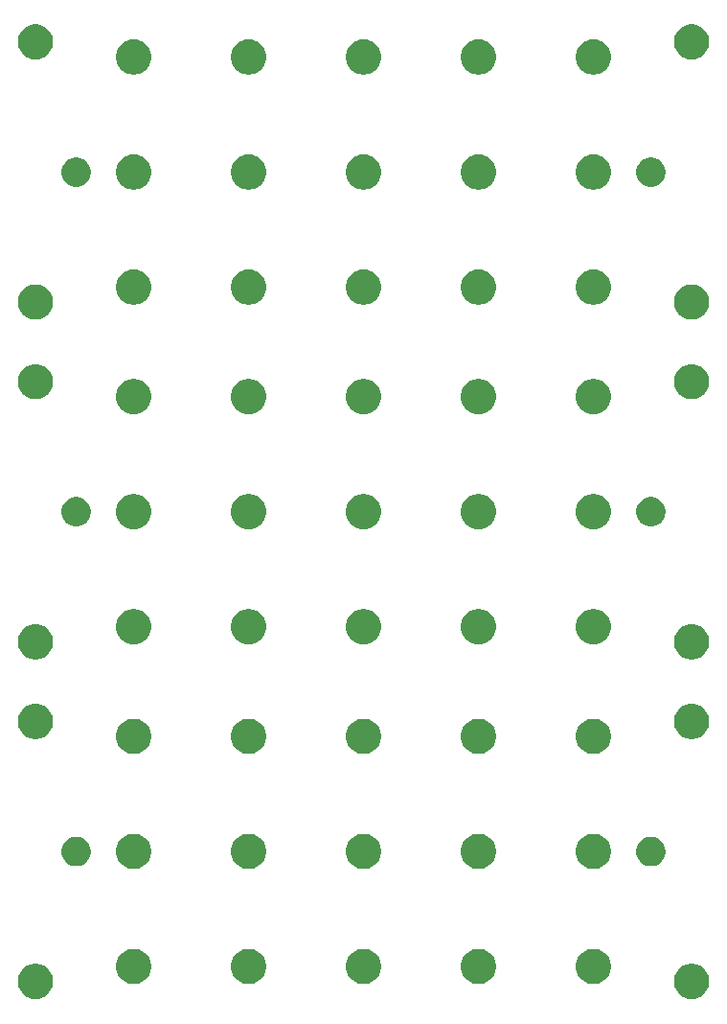
<source format=gbr>
G04 #@! TF.GenerationSoftware,KiCad,Pcbnew,5.1.5-52549c5~86~ubuntu18.04.1*
G04 #@! TF.CreationDate,2020-08-28T13:52:30-05:00*
G04 #@! TF.ProjectId,,58585858-5858-4585-9858-585858585858,rev?*
G04 #@! TF.SameCoordinates,Original*
G04 #@! TF.FileFunction,Soldermask,Bot*
G04 #@! TF.FilePolarity,Negative*
%FSLAX46Y46*%
G04 Gerber Fmt 4.6, Leading zero omitted, Abs format (unit mm)*
G04 Created by KiCad (PCBNEW 5.1.5-52549c5~86~ubuntu18.04.1) date 2020-08-28 13:52:30*
%MOMM*%
%LPD*%
G04 APERTURE LIST*
%ADD10C,0.100000*%
G04 APERTURE END LIST*
D10*
G36*
X160376785Y-141444602D02*
G01*
X160526610Y-141474404D01*
X160808874Y-141591321D01*
X161062905Y-141761059D01*
X161278941Y-141977095D01*
X161448679Y-142231126D01*
X161565596Y-142513390D01*
X161625200Y-142813040D01*
X161625200Y-143118560D01*
X161565596Y-143418210D01*
X161448679Y-143700474D01*
X161278941Y-143954505D01*
X161062905Y-144170541D01*
X160808874Y-144340279D01*
X160526610Y-144457196D01*
X160376785Y-144486998D01*
X160226961Y-144516800D01*
X159921439Y-144516800D01*
X159771615Y-144486998D01*
X159621790Y-144457196D01*
X159339526Y-144340279D01*
X159085495Y-144170541D01*
X158869459Y-143954505D01*
X158699721Y-143700474D01*
X158582804Y-143418210D01*
X158523200Y-143118560D01*
X158523200Y-142813040D01*
X158582804Y-142513390D01*
X158699721Y-142231126D01*
X158869459Y-141977095D01*
X159085495Y-141761059D01*
X159339526Y-141591321D01*
X159621790Y-141474404D01*
X159771615Y-141444602D01*
X159921439Y-141414800D01*
X160226961Y-141414800D01*
X160376785Y-141444602D01*
G37*
G36*
X102376785Y-141444602D02*
G01*
X102526610Y-141474404D01*
X102808874Y-141591321D01*
X103062905Y-141761059D01*
X103278941Y-141977095D01*
X103448679Y-142231126D01*
X103565596Y-142513390D01*
X103625200Y-142813040D01*
X103625200Y-143118560D01*
X103565596Y-143418210D01*
X103448679Y-143700474D01*
X103278941Y-143954505D01*
X103062905Y-144170541D01*
X102808874Y-144340279D01*
X102526610Y-144457196D01*
X102376785Y-144486998D01*
X102226961Y-144516800D01*
X101921439Y-144516800D01*
X101771615Y-144486998D01*
X101621790Y-144457196D01*
X101339526Y-144340279D01*
X101085495Y-144170541D01*
X100869459Y-143954505D01*
X100699721Y-143700474D01*
X100582804Y-143418210D01*
X100523200Y-143118560D01*
X100523200Y-142813040D01*
X100582804Y-142513390D01*
X100699721Y-142231126D01*
X100869459Y-141977095D01*
X101085495Y-141761059D01*
X101339526Y-141591321D01*
X101621790Y-141474404D01*
X101771615Y-141444602D01*
X101921439Y-141414800D01*
X102226961Y-141414800D01*
X102376785Y-141444602D01*
G37*
G36*
X111056785Y-140124602D02*
G01*
X111206610Y-140154404D01*
X111488874Y-140271321D01*
X111742905Y-140441059D01*
X111958941Y-140657095D01*
X112128679Y-140911126D01*
X112245596Y-141193390D01*
X112305200Y-141493040D01*
X112305200Y-141798560D01*
X112245596Y-142098210D01*
X112128679Y-142380474D01*
X111958941Y-142634505D01*
X111742905Y-142850541D01*
X111488874Y-143020279D01*
X111206610Y-143137196D01*
X111056785Y-143166998D01*
X110906961Y-143196800D01*
X110601439Y-143196800D01*
X110451615Y-143166998D01*
X110301790Y-143137196D01*
X110019526Y-143020279D01*
X109765495Y-142850541D01*
X109549459Y-142634505D01*
X109379721Y-142380474D01*
X109262804Y-142098210D01*
X109203200Y-141798560D01*
X109203200Y-141493040D01*
X109262804Y-141193390D01*
X109379721Y-140911126D01*
X109549459Y-140657095D01*
X109765495Y-140441059D01*
X110019526Y-140271321D01*
X110301790Y-140154404D01*
X110451615Y-140124602D01*
X110601439Y-140094800D01*
X110906961Y-140094800D01*
X111056785Y-140124602D01*
G37*
G36*
X151696785Y-140124602D02*
G01*
X151846610Y-140154404D01*
X152128874Y-140271321D01*
X152382905Y-140441059D01*
X152598941Y-140657095D01*
X152768679Y-140911126D01*
X152885596Y-141193390D01*
X152945200Y-141493040D01*
X152945200Y-141798560D01*
X152885596Y-142098210D01*
X152768679Y-142380474D01*
X152598941Y-142634505D01*
X152382905Y-142850541D01*
X152128874Y-143020279D01*
X151846610Y-143137196D01*
X151696785Y-143166998D01*
X151546961Y-143196800D01*
X151241439Y-143196800D01*
X151091615Y-143166998D01*
X150941790Y-143137196D01*
X150659526Y-143020279D01*
X150405495Y-142850541D01*
X150189459Y-142634505D01*
X150019721Y-142380474D01*
X149902804Y-142098210D01*
X149843200Y-141798560D01*
X149843200Y-141493040D01*
X149902804Y-141193390D01*
X150019721Y-140911126D01*
X150189459Y-140657095D01*
X150405495Y-140441059D01*
X150659526Y-140271321D01*
X150941790Y-140154404D01*
X151091615Y-140124602D01*
X151241439Y-140094800D01*
X151546961Y-140094800D01*
X151696785Y-140124602D01*
G37*
G36*
X141536785Y-140124602D02*
G01*
X141686610Y-140154404D01*
X141968874Y-140271321D01*
X142222905Y-140441059D01*
X142438941Y-140657095D01*
X142608679Y-140911126D01*
X142725596Y-141193390D01*
X142785200Y-141493040D01*
X142785200Y-141798560D01*
X142725596Y-142098210D01*
X142608679Y-142380474D01*
X142438941Y-142634505D01*
X142222905Y-142850541D01*
X141968874Y-143020279D01*
X141686610Y-143137196D01*
X141536785Y-143166998D01*
X141386961Y-143196800D01*
X141081439Y-143196800D01*
X140931615Y-143166998D01*
X140781790Y-143137196D01*
X140499526Y-143020279D01*
X140245495Y-142850541D01*
X140029459Y-142634505D01*
X139859721Y-142380474D01*
X139742804Y-142098210D01*
X139683200Y-141798560D01*
X139683200Y-141493040D01*
X139742804Y-141193390D01*
X139859721Y-140911126D01*
X140029459Y-140657095D01*
X140245495Y-140441059D01*
X140499526Y-140271321D01*
X140781790Y-140154404D01*
X140931615Y-140124602D01*
X141081439Y-140094800D01*
X141386961Y-140094800D01*
X141536785Y-140124602D01*
G37*
G36*
X131376785Y-140124602D02*
G01*
X131526610Y-140154404D01*
X131808874Y-140271321D01*
X132062905Y-140441059D01*
X132278941Y-140657095D01*
X132448679Y-140911126D01*
X132565596Y-141193390D01*
X132625200Y-141493040D01*
X132625200Y-141798560D01*
X132565596Y-142098210D01*
X132448679Y-142380474D01*
X132278941Y-142634505D01*
X132062905Y-142850541D01*
X131808874Y-143020279D01*
X131526610Y-143137196D01*
X131376785Y-143166998D01*
X131226961Y-143196800D01*
X130921439Y-143196800D01*
X130771615Y-143166998D01*
X130621790Y-143137196D01*
X130339526Y-143020279D01*
X130085495Y-142850541D01*
X129869459Y-142634505D01*
X129699721Y-142380474D01*
X129582804Y-142098210D01*
X129523200Y-141798560D01*
X129523200Y-141493040D01*
X129582804Y-141193390D01*
X129699721Y-140911126D01*
X129869459Y-140657095D01*
X130085495Y-140441059D01*
X130339526Y-140271321D01*
X130621790Y-140154404D01*
X130771615Y-140124602D01*
X130921439Y-140094800D01*
X131226961Y-140094800D01*
X131376785Y-140124602D01*
G37*
G36*
X121216785Y-140124602D02*
G01*
X121366610Y-140154404D01*
X121648874Y-140271321D01*
X121902905Y-140441059D01*
X122118941Y-140657095D01*
X122288679Y-140911126D01*
X122405596Y-141193390D01*
X122465200Y-141493040D01*
X122465200Y-141798560D01*
X122405596Y-142098210D01*
X122288679Y-142380474D01*
X122118941Y-142634505D01*
X121902905Y-142850541D01*
X121648874Y-143020279D01*
X121366610Y-143137196D01*
X121216785Y-143166998D01*
X121066961Y-143196800D01*
X120761439Y-143196800D01*
X120611615Y-143166998D01*
X120461790Y-143137196D01*
X120179526Y-143020279D01*
X119925495Y-142850541D01*
X119709459Y-142634505D01*
X119539721Y-142380474D01*
X119422804Y-142098210D01*
X119363200Y-141798560D01*
X119363200Y-141493040D01*
X119422804Y-141193390D01*
X119539721Y-140911126D01*
X119709459Y-140657095D01*
X119925495Y-140441059D01*
X120179526Y-140271321D01*
X120461790Y-140154404D01*
X120611615Y-140124602D01*
X120761439Y-140094800D01*
X121066961Y-140094800D01*
X121216785Y-140124602D01*
G37*
G36*
X121216785Y-129964602D02*
G01*
X121366610Y-129994404D01*
X121648874Y-130111321D01*
X121902905Y-130281059D01*
X122118941Y-130497095D01*
X122288679Y-130751126D01*
X122405596Y-131033390D01*
X122465200Y-131333040D01*
X122465200Y-131638560D01*
X122405596Y-131938210D01*
X122288679Y-132220474D01*
X122118941Y-132474505D01*
X121902905Y-132690541D01*
X121648874Y-132860279D01*
X121366610Y-132977196D01*
X121216785Y-133006998D01*
X121066961Y-133036800D01*
X120761439Y-133036800D01*
X120611615Y-133006998D01*
X120461790Y-132977196D01*
X120179526Y-132860279D01*
X119925495Y-132690541D01*
X119709459Y-132474505D01*
X119539721Y-132220474D01*
X119422804Y-131938210D01*
X119363200Y-131638560D01*
X119363200Y-131333040D01*
X119422804Y-131033390D01*
X119539721Y-130751126D01*
X119709459Y-130497095D01*
X119925495Y-130281059D01*
X120179526Y-130111321D01*
X120461790Y-129994404D01*
X120611615Y-129964602D01*
X120761439Y-129934800D01*
X121066961Y-129934800D01*
X121216785Y-129964602D01*
G37*
G36*
X151696785Y-129964602D02*
G01*
X151846610Y-129994404D01*
X152128874Y-130111321D01*
X152382905Y-130281059D01*
X152598941Y-130497095D01*
X152768679Y-130751126D01*
X152885596Y-131033390D01*
X152945200Y-131333040D01*
X152945200Y-131638560D01*
X152885596Y-131938210D01*
X152768679Y-132220474D01*
X152598941Y-132474505D01*
X152382905Y-132690541D01*
X152128874Y-132860279D01*
X151846610Y-132977196D01*
X151696785Y-133006998D01*
X151546961Y-133036800D01*
X151241439Y-133036800D01*
X151091615Y-133006998D01*
X150941790Y-132977196D01*
X150659526Y-132860279D01*
X150405495Y-132690541D01*
X150189459Y-132474505D01*
X150019721Y-132220474D01*
X149902804Y-131938210D01*
X149843200Y-131638560D01*
X149843200Y-131333040D01*
X149902804Y-131033390D01*
X150019721Y-130751126D01*
X150189459Y-130497095D01*
X150405495Y-130281059D01*
X150659526Y-130111321D01*
X150941790Y-129994404D01*
X151091615Y-129964602D01*
X151241439Y-129934800D01*
X151546961Y-129934800D01*
X151696785Y-129964602D01*
G37*
G36*
X131376785Y-129964602D02*
G01*
X131526610Y-129994404D01*
X131808874Y-130111321D01*
X132062905Y-130281059D01*
X132278941Y-130497095D01*
X132448679Y-130751126D01*
X132565596Y-131033390D01*
X132625200Y-131333040D01*
X132625200Y-131638560D01*
X132565596Y-131938210D01*
X132448679Y-132220474D01*
X132278941Y-132474505D01*
X132062905Y-132690541D01*
X131808874Y-132860279D01*
X131526610Y-132977196D01*
X131376785Y-133006998D01*
X131226961Y-133036800D01*
X130921439Y-133036800D01*
X130771615Y-133006998D01*
X130621790Y-132977196D01*
X130339526Y-132860279D01*
X130085495Y-132690541D01*
X129869459Y-132474505D01*
X129699721Y-132220474D01*
X129582804Y-131938210D01*
X129523200Y-131638560D01*
X129523200Y-131333040D01*
X129582804Y-131033390D01*
X129699721Y-130751126D01*
X129869459Y-130497095D01*
X130085495Y-130281059D01*
X130339526Y-130111321D01*
X130621790Y-129994404D01*
X130771615Y-129964602D01*
X130921439Y-129934800D01*
X131226961Y-129934800D01*
X131376785Y-129964602D01*
G37*
G36*
X111056785Y-129964602D02*
G01*
X111206610Y-129994404D01*
X111488874Y-130111321D01*
X111742905Y-130281059D01*
X111958941Y-130497095D01*
X112128679Y-130751126D01*
X112245596Y-131033390D01*
X112305200Y-131333040D01*
X112305200Y-131638560D01*
X112245596Y-131938210D01*
X112128679Y-132220474D01*
X111958941Y-132474505D01*
X111742905Y-132690541D01*
X111488874Y-132860279D01*
X111206610Y-132977196D01*
X111056785Y-133006998D01*
X110906961Y-133036800D01*
X110601439Y-133036800D01*
X110451615Y-133006998D01*
X110301790Y-132977196D01*
X110019526Y-132860279D01*
X109765495Y-132690541D01*
X109549459Y-132474505D01*
X109379721Y-132220474D01*
X109262804Y-131938210D01*
X109203200Y-131638560D01*
X109203200Y-131333040D01*
X109262804Y-131033390D01*
X109379721Y-130751126D01*
X109549459Y-130497095D01*
X109765495Y-130281059D01*
X110019526Y-130111321D01*
X110301790Y-129994404D01*
X110451615Y-129964602D01*
X110601439Y-129934800D01*
X110906961Y-129934800D01*
X111056785Y-129964602D01*
G37*
G36*
X141536785Y-129964602D02*
G01*
X141686610Y-129994404D01*
X141968874Y-130111321D01*
X142222905Y-130281059D01*
X142438941Y-130497095D01*
X142608679Y-130751126D01*
X142725596Y-131033390D01*
X142785200Y-131333040D01*
X142785200Y-131638560D01*
X142725596Y-131938210D01*
X142608679Y-132220474D01*
X142438941Y-132474505D01*
X142222905Y-132690541D01*
X141968874Y-132860279D01*
X141686610Y-132977196D01*
X141536785Y-133006998D01*
X141386961Y-133036800D01*
X141081439Y-133036800D01*
X140931615Y-133006998D01*
X140781790Y-132977196D01*
X140499526Y-132860279D01*
X140245495Y-132690541D01*
X140029459Y-132474505D01*
X139859721Y-132220474D01*
X139742804Y-131938210D01*
X139683200Y-131638560D01*
X139683200Y-131333040D01*
X139742804Y-131033390D01*
X139859721Y-130751126D01*
X140029459Y-130497095D01*
X140245495Y-130281059D01*
X140499526Y-130111321D01*
X140781790Y-129994404D01*
X140931615Y-129964602D01*
X141081439Y-129934800D01*
X141386961Y-129934800D01*
X141536785Y-129964602D01*
G37*
G36*
X156853593Y-130235104D02*
G01*
X157090301Y-130333152D01*
X157090303Y-130333153D01*
X157303335Y-130475496D01*
X157484504Y-130656665D01*
X157626847Y-130869697D01*
X157626848Y-130869699D01*
X157724896Y-131106407D01*
X157774880Y-131357693D01*
X157774880Y-131613907D01*
X157724896Y-131865193D01*
X157694651Y-131938210D01*
X157626847Y-132101903D01*
X157484504Y-132314935D01*
X157303335Y-132496104D01*
X157090303Y-132638447D01*
X157090302Y-132638448D01*
X157090301Y-132638448D01*
X156853593Y-132736496D01*
X156602307Y-132786480D01*
X156346093Y-132786480D01*
X156094807Y-132736496D01*
X155858099Y-132638448D01*
X155858098Y-132638448D01*
X155858097Y-132638447D01*
X155645065Y-132496104D01*
X155463896Y-132314935D01*
X155321553Y-132101903D01*
X155253749Y-131938210D01*
X155223504Y-131865193D01*
X155173520Y-131613907D01*
X155173520Y-131357693D01*
X155223504Y-131106407D01*
X155321552Y-130869699D01*
X155321553Y-130869697D01*
X155463896Y-130656665D01*
X155645065Y-130475496D01*
X155858097Y-130333153D01*
X155858099Y-130333152D01*
X156094807Y-130235104D01*
X156346093Y-130185120D01*
X156602307Y-130185120D01*
X156853593Y-130235104D01*
G37*
G36*
X106053593Y-130235104D02*
G01*
X106290301Y-130333152D01*
X106290303Y-130333153D01*
X106503335Y-130475496D01*
X106684504Y-130656665D01*
X106826847Y-130869697D01*
X106826848Y-130869699D01*
X106924896Y-131106407D01*
X106974880Y-131357693D01*
X106974880Y-131613907D01*
X106924896Y-131865193D01*
X106894651Y-131938210D01*
X106826847Y-132101903D01*
X106684504Y-132314935D01*
X106503335Y-132496104D01*
X106290303Y-132638447D01*
X106290302Y-132638448D01*
X106290301Y-132638448D01*
X106053593Y-132736496D01*
X105802307Y-132786480D01*
X105546093Y-132786480D01*
X105294807Y-132736496D01*
X105058099Y-132638448D01*
X105058098Y-132638448D01*
X105058097Y-132638447D01*
X104845065Y-132496104D01*
X104663896Y-132314935D01*
X104521553Y-132101903D01*
X104453749Y-131938210D01*
X104423504Y-131865193D01*
X104373520Y-131613907D01*
X104373520Y-131357693D01*
X104423504Y-131106407D01*
X104521552Y-130869699D01*
X104521553Y-130869697D01*
X104663896Y-130656665D01*
X104845065Y-130475496D01*
X105058097Y-130333153D01*
X105058099Y-130333152D01*
X105294807Y-130235104D01*
X105546093Y-130185120D01*
X105802307Y-130185120D01*
X106053593Y-130235104D01*
G37*
G36*
X141536785Y-119804602D02*
G01*
X141686610Y-119834404D01*
X141968874Y-119951321D01*
X142222905Y-120121059D01*
X142438941Y-120337095D01*
X142608679Y-120591126D01*
X142725596Y-120873390D01*
X142785200Y-121173040D01*
X142785200Y-121478560D01*
X142725596Y-121778210D01*
X142608679Y-122060474D01*
X142438941Y-122314505D01*
X142222905Y-122530541D01*
X141968874Y-122700279D01*
X141686610Y-122817196D01*
X141536785Y-122846998D01*
X141386961Y-122876800D01*
X141081439Y-122876800D01*
X140931615Y-122846998D01*
X140781790Y-122817196D01*
X140499526Y-122700279D01*
X140245495Y-122530541D01*
X140029459Y-122314505D01*
X139859721Y-122060474D01*
X139742804Y-121778210D01*
X139683200Y-121478560D01*
X139683200Y-121173040D01*
X139742804Y-120873390D01*
X139859721Y-120591126D01*
X140029459Y-120337095D01*
X140245495Y-120121059D01*
X140499526Y-119951321D01*
X140781790Y-119834404D01*
X140931615Y-119804602D01*
X141081439Y-119774800D01*
X141386961Y-119774800D01*
X141536785Y-119804602D01*
G37*
G36*
X151696785Y-119804602D02*
G01*
X151846610Y-119834404D01*
X152128874Y-119951321D01*
X152382905Y-120121059D01*
X152598941Y-120337095D01*
X152768679Y-120591126D01*
X152885596Y-120873390D01*
X152945200Y-121173040D01*
X152945200Y-121478560D01*
X152885596Y-121778210D01*
X152768679Y-122060474D01*
X152598941Y-122314505D01*
X152382905Y-122530541D01*
X152128874Y-122700279D01*
X151846610Y-122817196D01*
X151696785Y-122846998D01*
X151546961Y-122876800D01*
X151241439Y-122876800D01*
X151091615Y-122846998D01*
X150941790Y-122817196D01*
X150659526Y-122700279D01*
X150405495Y-122530541D01*
X150189459Y-122314505D01*
X150019721Y-122060474D01*
X149902804Y-121778210D01*
X149843200Y-121478560D01*
X149843200Y-121173040D01*
X149902804Y-120873390D01*
X150019721Y-120591126D01*
X150189459Y-120337095D01*
X150405495Y-120121059D01*
X150659526Y-119951321D01*
X150941790Y-119834404D01*
X151091615Y-119804602D01*
X151241439Y-119774800D01*
X151546961Y-119774800D01*
X151696785Y-119804602D01*
G37*
G36*
X131376785Y-119804602D02*
G01*
X131526610Y-119834404D01*
X131808874Y-119951321D01*
X132062905Y-120121059D01*
X132278941Y-120337095D01*
X132448679Y-120591126D01*
X132565596Y-120873390D01*
X132625200Y-121173040D01*
X132625200Y-121478560D01*
X132565596Y-121778210D01*
X132448679Y-122060474D01*
X132278941Y-122314505D01*
X132062905Y-122530541D01*
X131808874Y-122700279D01*
X131526610Y-122817196D01*
X131376785Y-122846998D01*
X131226961Y-122876800D01*
X130921439Y-122876800D01*
X130771615Y-122846998D01*
X130621790Y-122817196D01*
X130339526Y-122700279D01*
X130085495Y-122530541D01*
X129869459Y-122314505D01*
X129699721Y-122060474D01*
X129582804Y-121778210D01*
X129523200Y-121478560D01*
X129523200Y-121173040D01*
X129582804Y-120873390D01*
X129699721Y-120591126D01*
X129869459Y-120337095D01*
X130085495Y-120121059D01*
X130339526Y-119951321D01*
X130621790Y-119834404D01*
X130771615Y-119804602D01*
X130921439Y-119774800D01*
X131226961Y-119774800D01*
X131376785Y-119804602D01*
G37*
G36*
X121216785Y-119804602D02*
G01*
X121366610Y-119834404D01*
X121648874Y-119951321D01*
X121902905Y-120121059D01*
X122118941Y-120337095D01*
X122288679Y-120591126D01*
X122405596Y-120873390D01*
X122465200Y-121173040D01*
X122465200Y-121478560D01*
X122405596Y-121778210D01*
X122288679Y-122060474D01*
X122118941Y-122314505D01*
X121902905Y-122530541D01*
X121648874Y-122700279D01*
X121366610Y-122817196D01*
X121216785Y-122846998D01*
X121066961Y-122876800D01*
X120761439Y-122876800D01*
X120611615Y-122846998D01*
X120461790Y-122817196D01*
X120179526Y-122700279D01*
X119925495Y-122530541D01*
X119709459Y-122314505D01*
X119539721Y-122060474D01*
X119422804Y-121778210D01*
X119363200Y-121478560D01*
X119363200Y-121173040D01*
X119422804Y-120873390D01*
X119539721Y-120591126D01*
X119709459Y-120337095D01*
X119925495Y-120121059D01*
X120179526Y-119951321D01*
X120461790Y-119834404D01*
X120611615Y-119804602D01*
X120761439Y-119774800D01*
X121066961Y-119774800D01*
X121216785Y-119804602D01*
G37*
G36*
X111056785Y-119804602D02*
G01*
X111206610Y-119834404D01*
X111488874Y-119951321D01*
X111742905Y-120121059D01*
X111958941Y-120337095D01*
X112128679Y-120591126D01*
X112245596Y-120873390D01*
X112305200Y-121173040D01*
X112305200Y-121478560D01*
X112245596Y-121778210D01*
X112128679Y-122060474D01*
X111958941Y-122314505D01*
X111742905Y-122530541D01*
X111488874Y-122700279D01*
X111206610Y-122817196D01*
X111056785Y-122846998D01*
X110906961Y-122876800D01*
X110601439Y-122876800D01*
X110451615Y-122846998D01*
X110301790Y-122817196D01*
X110019526Y-122700279D01*
X109765495Y-122530541D01*
X109549459Y-122314505D01*
X109379721Y-122060474D01*
X109262804Y-121778210D01*
X109203200Y-121478560D01*
X109203200Y-121173040D01*
X109262804Y-120873390D01*
X109379721Y-120591126D01*
X109549459Y-120337095D01*
X109765495Y-120121059D01*
X110019526Y-119951321D01*
X110301790Y-119834404D01*
X110451615Y-119804602D01*
X110601439Y-119774800D01*
X110906961Y-119774800D01*
X111056785Y-119804602D01*
G37*
G36*
X160376785Y-118484602D02*
G01*
X160526610Y-118514404D01*
X160808874Y-118631321D01*
X161062905Y-118801059D01*
X161278941Y-119017095D01*
X161448679Y-119271126D01*
X161565596Y-119553390D01*
X161625200Y-119853040D01*
X161625200Y-120158560D01*
X161565596Y-120458210D01*
X161448679Y-120740474D01*
X161278941Y-120994505D01*
X161062905Y-121210541D01*
X160808874Y-121380279D01*
X160526610Y-121497196D01*
X160376785Y-121526998D01*
X160226961Y-121556800D01*
X159921439Y-121556800D01*
X159771615Y-121526998D01*
X159621790Y-121497196D01*
X159339526Y-121380279D01*
X159085495Y-121210541D01*
X158869459Y-120994505D01*
X158699721Y-120740474D01*
X158582804Y-120458210D01*
X158523200Y-120158560D01*
X158523200Y-119853040D01*
X158582804Y-119553390D01*
X158699721Y-119271126D01*
X158869459Y-119017095D01*
X159085495Y-118801059D01*
X159339526Y-118631321D01*
X159621790Y-118514404D01*
X159771615Y-118484602D01*
X159921439Y-118454800D01*
X160226961Y-118454800D01*
X160376785Y-118484602D01*
G37*
G36*
X102376785Y-118484602D02*
G01*
X102526610Y-118514404D01*
X102808874Y-118631321D01*
X103062905Y-118801059D01*
X103278941Y-119017095D01*
X103448679Y-119271126D01*
X103565596Y-119553390D01*
X103625200Y-119853040D01*
X103625200Y-120158560D01*
X103565596Y-120458210D01*
X103448679Y-120740474D01*
X103278941Y-120994505D01*
X103062905Y-121210541D01*
X102808874Y-121380279D01*
X102526610Y-121497196D01*
X102376785Y-121526998D01*
X102226961Y-121556800D01*
X101921439Y-121556800D01*
X101771615Y-121526998D01*
X101621790Y-121497196D01*
X101339526Y-121380279D01*
X101085495Y-121210541D01*
X100869459Y-120994505D01*
X100699721Y-120740474D01*
X100582804Y-120458210D01*
X100523200Y-120158560D01*
X100523200Y-119853040D01*
X100582804Y-119553390D01*
X100699721Y-119271126D01*
X100869459Y-119017095D01*
X101085495Y-118801059D01*
X101339526Y-118631321D01*
X101621790Y-118514404D01*
X101771615Y-118484602D01*
X101921439Y-118454800D01*
X102226961Y-118454800D01*
X102376785Y-118484602D01*
G37*
G36*
X102376785Y-111444602D02*
G01*
X102526610Y-111474404D01*
X102808874Y-111591321D01*
X103062905Y-111761059D01*
X103278941Y-111977095D01*
X103448679Y-112231126D01*
X103565596Y-112513390D01*
X103625200Y-112813040D01*
X103625200Y-113118560D01*
X103565596Y-113418210D01*
X103448679Y-113700474D01*
X103278941Y-113954505D01*
X103062905Y-114170541D01*
X102808874Y-114340279D01*
X102526610Y-114457196D01*
X102376785Y-114486998D01*
X102226961Y-114516800D01*
X101921439Y-114516800D01*
X101771615Y-114486998D01*
X101621790Y-114457196D01*
X101339526Y-114340279D01*
X101085495Y-114170541D01*
X100869459Y-113954505D01*
X100699721Y-113700474D01*
X100582804Y-113418210D01*
X100523200Y-113118560D01*
X100523200Y-112813040D01*
X100582804Y-112513390D01*
X100699721Y-112231126D01*
X100869459Y-111977095D01*
X101085495Y-111761059D01*
X101339526Y-111591321D01*
X101621790Y-111474404D01*
X101771615Y-111444602D01*
X101921439Y-111414800D01*
X102226961Y-111414800D01*
X102376785Y-111444602D01*
G37*
G36*
X160376785Y-111444602D02*
G01*
X160526610Y-111474404D01*
X160808874Y-111591321D01*
X161062905Y-111761059D01*
X161278941Y-111977095D01*
X161448679Y-112231126D01*
X161565596Y-112513390D01*
X161625200Y-112813040D01*
X161625200Y-113118560D01*
X161565596Y-113418210D01*
X161448679Y-113700474D01*
X161278941Y-113954505D01*
X161062905Y-114170541D01*
X160808874Y-114340279D01*
X160526610Y-114457196D01*
X160376785Y-114486998D01*
X160226961Y-114516800D01*
X159921439Y-114516800D01*
X159771615Y-114486998D01*
X159621790Y-114457196D01*
X159339526Y-114340279D01*
X159085495Y-114170541D01*
X158869459Y-113954505D01*
X158699721Y-113700474D01*
X158582804Y-113418210D01*
X158523200Y-113118560D01*
X158523200Y-112813040D01*
X158582804Y-112513390D01*
X158699721Y-112231126D01*
X158869459Y-111977095D01*
X159085495Y-111761059D01*
X159339526Y-111591321D01*
X159621790Y-111474404D01*
X159771615Y-111444602D01*
X159921439Y-111414800D01*
X160226961Y-111414800D01*
X160376785Y-111444602D01*
G37*
G36*
X151696785Y-110124602D02*
G01*
X151846610Y-110154404D01*
X152128874Y-110271321D01*
X152382905Y-110441059D01*
X152598941Y-110657095D01*
X152768679Y-110911126D01*
X152885596Y-111193390D01*
X152945200Y-111493040D01*
X152945200Y-111798560D01*
X152885596Y-112098210D01*
X152768679Y-112380474D01*
X152598941Y-112634505D01*
X152382905Y-112850541D01*
X152128874Y-113020279D01*
X151846610Y-113137196D01*
X151696785Y-113166998D01*
X151546961Y-113196800D01*
X151241439Y-113196800D01*
X151091615Y-113166998D01*
X150941790Y-113137196D01*
X150659526Y-113020279D01*
X150405495Y-112850541D01*
X150189459Y-112634505D01*
X150019721Y-112380474D01*
X149902804Y-112098210D01*
X149843200Y-111798560D01*
X149843200Y-111493040D01*
X149902804Y-111193390D01*
X150019721Y-110911126D01*
X150189459Y-110657095D01*
X150405495Y-110441059D01*
X150659526Y-110271321D01*
X150941790Y-110154404D01*
X151091615Y-110124602D01*
X151241439Y-110094800D01*
X151546961Y-110094800D01*
X151696785Y-110124602D01*
G37*
G36*
X111056785Y-110124602D02*
G01*
X111206610Y-110154404D01*
X111488874Y-110271321D01*
X111742905Y-110441059D01*
X111958941Y-110657095D01*
X112128679Y-110911126D01*
X112245596Y-111193390D01*
X112305200Y-111493040D01*
X112305200Y-111798560D01*
X112245596Y-112098210D01*
X112128679Y-112380474D01*
X111958941Y-112634505D01*
X111742905Y-112850541D01*
X111488874Y-113020279D01*
X111206610Y-113137196D01*
X111056785Y-113166998D01*
X110906961Y-113196800D01*
X110601439Y-113196800D01*
X110451615Y-113166998D01*
X110301790Y-113137196D01*
X110019526Y-113020279D01*
X109765495Y-112850541D01*
X109549459Y-112634505D01*
X109379721Y-112380474D01*
X109262804Y-112098210D01*
X109203200Y-111798560D01*
X109203200Y-111493040D01*
X109262804Y-111193390D01*
X109379721Y-110911126D01*
X109549459Y-110657095D01*
X109765495Y-110441059D01*
X110019526Y-110271321D01*
X110301790Y-110154404D01*
X110451615Y-110124602D01*
X110601439Y-110094800D01*
X110906961Y-110094800D01*
X111056785Y-110124602D01*
G37*
G36*
X121216785Y-110124602D02*
G01*
X121366610Y-110154404D01*
X121648874Y-110271321D01*
X121902905Y-110441059D01*
X122118941Y-110657095D01*
X122288679Y-110911126D01*
X122405596Y-111193390D01*
X122465200Y-111493040D01*
X122465200Y-111798560D01*
X122405596Y-112098210D01*
X122288679Y-112380474D01*
X122118941Y-112634505D01*
X121902905Y-112850541D01*
X121648874Y-113020279D01*
X121366610Y-113137196D01*
X121216785Y-113166998D01*
X121066961Y-113196800D01*
X120761439Y-113196800D01*
X120611615Y-113166998D01*
X120461790Y-113137196D01*
X120179526Y-113020279D01*
X119925495Y-112850541D01*
X119709459Y-112634505D01*
X119539721Y-112380474D01*
X119422804Y-112098210D01*
X119363200Y-111798560D01*
X119363200Y-111493040D01*
X119422804Y-111193390D01*
X119539721Y-110911126D01*
X119709459Y-110657095D01*
X119925495Y-110441059D01*
X120179526Y-110271321D01*
X120461790Y-110154404D01*
X120611615Y-110124602D01*
X120761439Y-110094800D01*
X121066961Y-110094800D01*
X121216785Y-110124602D01*
G37*
G36*
X131376785Y-110124602D02*
G01*
X131526610Y-110154404D01*
X131808874Y-110271321D01*
X132062905Y-110441059D01*
X132278941Y-110657095D01*
X132448679Y-110911126D01*
X132565596Y-111193390D01*
X132625200Y-111493040D01*
X132625200Y-111798560D01*
X132565596Y-112098210D01*
X132448679Y-112380474D01*
X132278941Y-112634505D01*
X132062905Y-112850541D01*
X131808874Y-113020279D01*
X131526610Y-113137196D01*
X131376785Y-113166998D01*
X131226961Y-113196800D01*
X130921439Y-113196800D01*
X130771615Y-113166998D01*
X130621790Y-113137196D01*
X130339526Y-113020279D01*
X130085495Y-112850541D01*
X129869459Y-112634505D01*
X129699721Y-112380474D01*
X129582804Y-112098210D01*
X129523200Y-111798560D01*
X129523200Y-111493040D01*
X129582804Y-111193390D01*
X129699721Y-110911126D01*
X129869459Y-110657095D01*
X130085495Y-110441059D01*
X130339526Y-110271321D01*
X130621790Y-110154404D01*
X130771615Y-110124602D01*
X130921439Y-110094800D01*
X131226961Y-110094800D01*
X131376785Y-110124602D01*
G37*
G36*
X141536785Y-110124602D02*
G01*
X141686610Y-110154404D01*
X141968874Y-110271321D01*
X142222905Y-110441059D01*
X142438941Y-110657095D01*
X142608679Y-110911126D01*
X142725596Y-111193390D01*
X142785200Y-111493040D01*
X142785200Y-111798560D01*
X142725596Y-112098210D01*
X142608679Y-112380474D01*
X142438941Y-112634505D01*
X142222905Y-112850541D01*
X141968874Y-113020279D01*
X141686610Y-113137196D01*
X141536785Y-113166998D01*
X141386961Y-113196800D01*
X141081439Y-113196800D01*
X140931615Y-113166998D01*
X140781790Y-113137196D01*
X140499526Y-113020279D01*
X140245495Y-112850541D01*
X140029459Y-112634505D01*
X139859721Y-112380474D01*
X139742804Y-112098210D01*
X139683200Y-111798560D01*
X139683200Y-111493040D01*
X139742804Y-111193390D01*
X139859721Y-110911126D01*
X140029459Y-110657095D01*
X140245495Y-110441059D01*
X140499526Y-110271321D01*
X140781790Y-110154404D01*
X140931615Y-110124602D01*
X141081439Y-110094800D01*
X141386961Y-110094800D01*
X141536785Y-110124602D01*
G37*
G36*
X121216785Y-99964602D02*
G01*
X121366610Y-99994404D01*
X121648874Y-100111321D01*
X121902905Y-100281059D01*
X122118941Y-100497095D01*
X122288679Y-100751126D01*
X122405596Y-101033390D01*
X122465200Y-101333040D01*
X122465200Y-101638560D01*
X122405596Y-101938210D01*
X122288679Y-102220474D01*
X122118941Y-102474505D01*
X121902905Y-102690541D01*
X121648874Y-102860279D01*
X121366610Y-102977196D01*
X121216785Y-103006998D01*
X121066961Y-103036800D01*
X120761439Y-103036800D01*
X120611615Y-103006998D01*
X120461790Y-102977196D01*
X120179526Y-102860279D01*
X119925495Y-102690541D01*
X119709459Y-102474505D01*
X119539721Y-102220474D01*
X119422804Y-101938210D01*
X119363200Y-101638560D01*
X119363200Y-101333040D01*
X119422804Y-101033390D01*
X119539721Y-100751126D01*
X119709459Y-100497095D01*
X119925495Y-100281059D01*
X120179526Y-100111321D01*
X120461790Y-99994404D01*
X120611615Y-99964602D01*
X120761439Y-99934800D01*
X121066961Y-99934800D01*
X121216785Y-99964602D01*
G37*
G36*
X111056785Y-99964602D02*
G01*
X111206610Y-99994404D01*
X111488874Y-100111321D01*
X111742905Y-100281059D01*
X111958941Y-100497095D01*
X112128679Y-100751126D01*
X112245596Y-101033390D01*
X112305200Y-101333040D01*
X112305200Y-101638560D01*
X112245596Y-101938210D01*
X112128679Y-102220474D01*
X111958941Y-102474505D01*
X111742905Y-102690541D01*
X111488874Y-102860279D01*
X111206610Y-102977196D01*
X111056785Y-103006998D01*
X110906961Y-103036800D01*
X110601439Y-103036800D01*
X110451615Y-103006998D01*
X110301790Y-102977196D01*
X110019526Y-102860279D01*
X109765495Y-102690541D01*
X109549459Y-102474505D01*
X109379721Y-102220474D01*
X109262804Y-101938210D01*
X109203200Y-101638560D01*
X109203200Y-101333040D01*
X109262804Y-101033390D01*
X109379721Y-100751126D01*
X109549459Y-100497095D01*
X109765495Y-100281059D01*
X110019526Y-100111321D01*
X110301790Y-99994404D01*
X110451615Y-99964602D01*
X110601439Y-99934800D01*
X110906961Y-99934800D01*
X111056785Y-99964602D01*
G37*
G36*
X151696785Y-99964602D02*
G01*
X151846610Y-99994404D01*
X152128874Y-100111321D01*
X152382905Y-100281059D01*
X152598941Y-100497095D01*
X152768679Y-100751126D01*
X152885596Y-101033390D01*
X152945200Y-101333040D01*
X152945200Y-101638560D01*
X152885596Y-101938210D01*
X152768679Y-102220474D01*
X152598941Y-102474505D01*
X152382905Y-102690541D01*
X152128874Y-102860279D01*
X151846610Y-102977196D01*
X151696785Y-103006998D01*
X151546961Y-103036800D01*
X151241439Y-103036800D01*
X151091615Y-103006998D01*
X150941790Y-102977196D01*
X150659526Y-102860279D01*
X150405495Y-102690541D01*
X150189459Y-102474505D01*
X150019721Y-102220474D01*
X149902804Y-101938210D01*
X149843200Y-101638560D01*
X149843200Y-101333040D01*
X149902804Y-101033390D01*
X150019721Y-100751126D01*
X150189459Y-100497095D01*
X150405495Y-100281059D01*
X150659526Y-100111321D01*
X150941790Y-99994404D01*
X151091615Y-99964602D01*
X151241439Y-99934800D01*
X151546961Y-99934800D01*
X151696785Y-99964602D01*
G37*
G36*
X141536785Y-99964602D02*
G01*
X141686610Y-99994404D01*
X141968874Y-100111321D01*
X142222905Y-100281059D01*
X142438941Y-100497095D01*
X142608679Y-100751126D01*
X142725596Y-101033390D01*
X142785200Y-101333040D01*
X142785200Y-101638560D01*
X142725596Y-101938210D01*
X142608679Y-102220474D01*
X142438941Y-102474505D01*
X142222905Y-102690541D01*
X141968874Y-102860279D01*
X141686610Y-102977196D01*
X141536785Y-103006998D01*
X141386961Y-103036800D01*
X141081439Y-103036800D01*
X140931615Y-103006998D01*
X140781790Y-102977196D01*
X140499526Y-102860279D01*
X140245495Y-102690541D01*
X140029459Y-102474505D01*
X139859721Y-102220474D01*
X139742804Y-101938210D01*
X139683200Y-101638560D01*
X139683200Y-101333040D01*
X139742804Y-101033390D01*
X139859721Y-100751126D01*
X140029459Y-100497095D01*
X140245495Y-100281059D01*
X140499526Y-100111321D01*
X140781790Y-99994404D01*
X140931615Y-99964602D01*
X141081439Y-99934800D01*
X141386961Y-99934800D01*
X141536785Y-99964602D01*
G37*
G36*
X131376785Y-99964602D02*
G01*
X131526610Y-99994404D01*
X131808874Y-100111321D01*
X132062905Y-100281059D01*
X132278941Y-100497095D01*
X132448679Y-100751126D01*
X132565596Y-101033390D01*
X132625200Y-101333040D01*
X132625200Y-101638560D01*
X132565596Y-101938210D01*
X132448679Y-102220474D01*
X132278941Y-102474505D01*
X132062905Y-102690541D01*
X131808874Y-102860279D01*
X131526610Y-102977196D01*
X131376785Y-103006998D01*
X131226961Y-103036800D01*
X130921439Y-103036800D01*
X130771615Y-103006998D01*
X130621790Y-102977196D01*
X130339526Y-102860279D01*
X130085495Y-102690541D01*
X129869459Y-102474505D01*
X129699721Y-102220474D01*
X129582804Y-101938210D01*
X129523200Y-101638560D01*
X129523200Y-101333040D01*
X129582804Y-101033390D01*
X129699721Y-100751126D01*
X129869459Y-100497095D01*
X130085495Y-100281059D01*
X130339526Y-100111321D01*
X130621790Y-99994404D01*
X130771615Y-99964602D01*
X130921439Y-99934800D01*
X131226961Y-99934800D01*
X131376785Y-99964602D01*
G37*
G36*
X156853593Y-100235104D02*
G01*
X157090301Y-100333152D01*
X157090303Y-100333153D01*
X157303335Y-100475496D01*
X157484504Y-100656665D01*
X157626847Y-100869697D01*
X157626848Y-100869699D01*
X157724896Y-101106407D01*
X157774880Y-101357693D01*
X157774880Y-101613907D01*
X157724896Y-101865193D01*
X157694651Y-101938210D01*
X157626847Y-102101903D01*
X157484504Y-102314935D01*
X157303335Y-102496104D01*
X157090303Y-102638447D01*
X157090302Y-102638448D01*
X157090301Y-102638448D01*
X156853593Y-102736496D01*
X156602307Y-102786480D01*
X156346093Y-102786480D01*
X156094807Y-102736496D01*
X155858099Y-102638448D01*
X155858098Y-102638448D01*
X155858097Y-102638447D01*
X155645065Y-102496104D01*
X155463896Y-102314935D01*
X155321553Y-102101903D01*
X155253749Y-101938210D01*
X155223504Y-101865193D01*
X155173520Y-101613907D01*
X155173520Y-101357693D01*
X155223504Y-101106407D01*
X155321552Y-100869699D01*
X155321553Y-100869697D01*
X155463896Y-100656665D01*
X155645065Y-100475496D01*
X155858097Y-100333153D01*
X155858099Y-100333152D01*
X156094807Y-100235104D01*
X156346093Y-100185120D01*
X156602307Y-100185120D01*
X156853593Y-100235104D01*
G37*
G36*
X106053593Y-100235104D02*
G01*
X106290301Y-100333152D01*
X106290303Y-100333153D01*
X106503335Y-100475496D01*
X106684504Y-100656665D01*
X106826847Y-100869697D01*
X106826848Y-100869699D01*
X106924896Y-101106407D01*
X106974880Y-101357693D01*
X106974880Y-101613907D01*
X106924896Y-101865193D01*
X106894651Y-101938210D01*
X106826847Y-102101903D01*
X106684504Y-102314935D01*
X106503335Y-102496104D01*
X106290303Y-102638447D01*
X106290302Y-102638448D01*
X106290301Y-102638448D01*
X106053593Y-102736496D01*
X105802307Y-102786480D01*
X105546093Y-102786480D01*
X105294807Y-102736496D01*
X105058099Y-102638448D01*
X105058098Y-102638448D01*
X105058097Y-102638447D01*
X104845065Y-102496104D01*
X104663896Y-102314935D01*
X104521553Y-102101903D01*
X104453749Y-101938210D01*
X104423504Y-101865193D01*
X104373520Y-101613907D01*
X104373520Y-101357693D01*
X104423504Y-101106407D01*
X104521552Y-100869699D01*
X104521553Y-100869697D01*
X104663896Y-100656665D01*
X104845065Y-100475496D01*
X105058097Y-100333153D01*
X105058099Y-100333152D01*
X105294807Y-100235104D01*
X105546093Y-100185120D01*
X105802307Y-100185120D01*
X106053593Y-100235104D01*
G37*
G36*
X141536785Y-89804602D02*
G01*
X141686610Y-89834404D01*
X141968874Y-89951321D01*
X142222905Y-90121059D01*
X142438941Y-90337095D01*
X142608679Y-90591126D01*
X142725596Y-90873390D01*
X142785200Y-91173040D01*
X142785200Y-91478560D01*
X142725596Y-91778210D01*
X142608679Y-92060474D01*
X142438941Y-92314505D01*
X142222905Y-92530541D01*
X141968874Y-92700279D01*
X141686610Y-92817196D01*
X141536785Y-92846998D01*
X141386961Y-92876800D01*
X141081439Y-92876800D01*
X140931615Y-92846998D01*
X140781790Y-92817196D01*
X140499526Y-92700279D01*
X140245495Y-92530541D01*
X140029459Y-92314505D01*
X139859721Y-92060474D01*
X139742804Y-91778210D01*
X139683200Y-91478560D01*
X139683200Y-91173040D01*
X139742804Y-90873390D01*
X139859721Y-90591126D01*
X140029459Y-90337095D01*
X140245495Y-90121059D01*
X140499526Y-89951321D01*
X140781790Y-89834404D01*
X140931615Y-89804602D01*
X141081439Y-89774800D01*
X141386961Y-89774800D01*
X141536785Y-89804602D01*
G37*
G36*
X131376785Y-89804602D02*
G01*
X131526610Y-89834404D01*
X131808874Y-89951321D01*
X132062905Y-90121059D01*
X132278941Y-90337095D01*
X132448679Y-90591126D01*
X132565596Y-90873390D01*
X132625200Y-91173040D01*
X132625200Y-91478560D01*
X132565596Y-91778210D01*
X132448679Y-92060474D01*
X132278941Y-92314505D01*
X132062905Y-92530541D01*
X131808874Y-92700279D01*
X131526610Y-92817196D01*
X131376785Y-92846998D01*
X131226961Y-92876800D01*
X130921439Y-92876800D01*
X130771615Y-92846998D01*
X130621790Y-92817196D01*
X130339526Y-92700279D01*
X130085495Y-92530541D01*
X129869459Y-92314505D01*
X129699721Y-92060474D01*
X129582804Y-91778210D01*
X129523200Y-91478560D01*
X129523200Y-91173040D01*
X129582804Y-90873390D01*
X129699721Y-90591126D01*
X129869459Y-90337095D01*
X130085495Y-90121059D01*
X130339526Y-89951321D01*
X130621790Y-89834404D01*
X130771615Y-89804602D01*
X130921439Y-89774800D01*
X131226961Y-89774800D01*
X131376785Y-89804602D01*
G37*
G36*
X151696785Y-89804602D02*
G01*
X151846610Y-89834404D01*
X152128874Y-89951321D01*
X152382905Y-90121059D01*
X152598941Y-90337095D01*
X152768679Y-90591126D01*
X152885596Y-90873390D01*
X152945200Y-91173040D01*
X152945200Y-91478560D01*
X152885596Y-91778210D01*
X152768679Y-92060474D01*
X152598941Y-92314505D01*
X152382905Y-92530541D01*
X152128874Y-92700279D01*
X151846610Y-92817196D01*
X151696785Y-92846998D01*
X151546961Y-92876800D01*
X151241439Y-92876800D01*
X151091615Y-92846998D01*
X150941790Y-92817196D01*
X150659526Y-92700279D01*
X150405495Y-92530541D01*
X150189459Y-92314505D01*
X150019721Y-92060474D01*
X149902804Y-91778210D01*
X149843200Y-91478560D01*
X149843200Y-91173040D01*
X149902804Y-90873390D01*
X150019721Y-90591126D01*
X150189459Y-90337095D01*
X150405495Y-90121059D01*
X150659526Y-89951321D01*
X150941790Y-89834404D01*
X151091615Y-89804602D01*
X151241439Y-89774800D01*
X151546961Y-89774800D01*
X151696785Y-89804602D01*
G37*
G36*
X121216785Y-89804602D02*
G01*
X121366610Y-89834404D01*
X121648874Y-89951321D01*
X121902905Y-90121059D01*
X122118941Y-90337095D01*
X122288679Y-90591126D01*
X122405596Y-90873390D01*
X122465200Y-91173040D01*
X122465200Y-91478560D01*
X122405596Y-91778210D01*
X122288679Y-92060474D01*
X122118941Y-92314505D01*
X121902905Y-92530541D01*
X121648874Y-92700279D01*
X121366610Y-92817196D01*
X121216785Y-92846998D01*
X121066961Y-92876800D01*
X120761439Y-92876800D01*
X120611615Y-92846998D01*
X120461790Y-92817196D01*
X120179526Y-92700279D01*
X119925495Y-92530541D01*
X119709459Y-92314505D01*
X119539721Y-92060474D01*
X119422804Y-91778210D01*
X119363200Y-91478560D01*
X119363200Y-91173040D01*
X119422804Y-90873390D01*
X119539721Y-90591126D01*
X119709459Y-90337095D01*
X119925495Y-90121059D01*
X120179526Y-89951321D01*
X120461790Y-89834404D01*
X120611615Y-89804602D01*
X120761439Y-89774800D01*
X121066961Y-89774800D01*
X121216785Y-89804602D01*
G37*
G36*
X111056785Y-89804602D02*
G01*
X111206610Y-89834404D01*
X111488874Y-89951321D01*
X111742905Y-90121059D01*
X111958941Y-90337095D01*
X112128679Y-90591126D01*
X112245596Y-90873390D01*
X112305200Y-91173040D01*
X112305200Y-91478560D01*
X112245596Y-91778210D01*
X112128679Y-92060474D01*
X111958941Y-92314505D01*
X111742905Y-92530541D01*
X111488874Y-92700279D01*
X111206610Y-92817196D01*
X111056785Y-92846998D01*
X110906961Y-92876800D01*
X110601439Y-92876800D01*
X110451615Y-92846998D01*
X110301790Y-92817196D01*
X110019526Y-92700279D01*
X109765495Y-92530541D01*
X109549459Y-92314505D01*
X109379721Y-92060474D01*
X109262804Y-91778210D01*
X109203200Y-91478560D01*
X109203200Y-91173040D01*
X109262804Y-90873390D01*
X109379721Y-90591126D01*
X109549459Y-90337095D01*
X109765495Y-90121059D01*
X110019526Y-89951321D01*
X110301790Y-89834404D01*
X110451615Y-89804602D01*
X110601439Y-89774800D01*
X110906961Y-89774800D01*
X111056785Y-89804602D01*
G37*
G36*
X102376785Y-88484602D02*
G01*
X102526610Y-88514404D01*
X102808874Y-88631321D01*
X103062905Y-88801059D01*
X103278941Y-89017095D01*
X103448679Y-89271126D01*
X103565596Y-89553390D01*
X103625200Y-89853040D01*
X103625200Y-90158560D01*
X103565596Y-90458210D01*
X103448679Y-90740474D01*
X103278941Y-90994505D01*
X103062905Y-91210541D01*
X102808874Y-91380279D01*
X102526610Y-91497196D01*
X102376785Y-91526998D01*
X102226961Y-91556800D01*
X101921439Y-91556800D01*
X101771615Y-91526998D01*
X101621790Y-91497196D01*
X101339526Y-91380279D01*
X101085495Y-91210541D01*
X100869459Y-90994505D01*
X100699721Y-90740474D01*
X100582804Y-90458210D01*
X100523200Y-90158560D01*
X100523200Y-89853040D01*
X100582804Y-89553390D01*
X100699721Y-89271126D01*
X100869459Y-89017095D01*
X101085495Y-88801059D01*
X101339526Y-88631321D01*
X101621790Y-88514404D01*
X101771615Y-88484602D01*
X101921439Y-88454800D01*
X102226961Y-88454800D01*
X102376785Y-88484602D01*
G37*
G36*
X160376785Y-88484602D02*
G01*
X160526610Y-88514404D01*
X160808874Y-88631321D01*
X161062905Y-88801059D01*
X161278941Y-89017095D01*
X161448679Y-89271126D01*
X161565596Y-89553390D01*
X161625200Y-89853040D01*
X161625200Y-90158560D01*
X161565596Y-90458210D01*
X161448679Y-90740474D01*
X161278941Y-90994505D01*
X161062905Y-91210541D01*
X160808874Y-91380279D01*
X160526610Y-91497196D01*
X160376785Y-91526998D01*
X160226961Y-91556800D01*
X159921439Y-91556800D01*
X159771615Y-91526998D01*
X159621790Y-91497196D01*
X159339526Y-91380279D01*
X159085495Y-91210541D01*
X158869459Y-90994505D01*
X158699721Y-90740474D01*
X158582804Y-90458210D01*
X158523200Y-90158560D01*
X158523200Y-89853040D01*
X158582804Y-89553390D01*
X158699721Y-89271126D01*
X158869459Y-89017095D01*
X159085495Y-88801059D01*
X159339526Y-88631321D01*
X159621790Y-88514404D01*
X159771615Y-88484602D01*
X159921439Y-88454800D01*
X160226961Y-88454800D01*
X160376785Y-88484602D01*
G37*
G36*
X160376785Y-81444602D02*
G01*
X160526610Y-81474404D01*
X160808874Y-81591321D01*
X161062905Y-81761059D01*
X161278941Y-81977095D01*
X161448679Y-82231126D01*
X161565596Y-82513390D01*
X161625200Y-82813040D01*
X161625200Y-83118560D01*
X161565596Y-83418210D01*
X161448679Y-83700474D01*
X161278941Y-83954505D01*
X161062905Y-84170541D01*
X160808874Y-84340279D01*
X160526610Y-84457196D01*
X160376785Y-84486998D01*
X160226961Y-84516800D01*
X159921439Y-84516800D01*
X159771615Y-84486998D01*
X159621790Y-84457196D01*
X159339526Y-84340279D01*
X159085495Y-84170541D01*
X158869459Y-83954505D01*
X158699721Y-83700474D01*
X158582804Y-83418210D01*
X158523200Y-83118560D01*
X158523200Y-82813040D01*
X158582804Y-82513390D01*
X158699721Y-82231126D01*
X158869459Y-81977095D01*
X159085495Y-81761059D01*
X159339526Y-81591321D01*
X159621790Y-81474404D01*
X159771615Y-81444602D01*
X159921439Y-81414800D01*
X160226961Y-81414800D01*
X160376785Y-81444602D01*
G37*
G36*
X102376785Y-81444602D02*
G01*
X102526610Y-81474404D01*
X102808874Y-81591321D01*
X103062905Y-81761059D01*
X103278941Y-81977095D01*
X103448679Y-82231126D01*
X103565596Y-82513390D01*
X103625200Y-82813040D01*
X103625200Y-83118560D01*
X103565596Y-83418210D01*
X103448679Y-83700474D01*
X103278941Y-83954505D01*
X103062905Y-84170541D01*
X102808874Y-84340279D01*
X102526610Y-84457196D01*
X102376785Y-84486998D01*
X102226961Y-84516800D01*
X101921439Y-84516800D01*
X101771615Y-84486998D01*
X101621790Y-84457196D01*
X101339526Y-84340279D01*
X101085495Y-84170541D01*
X100869459Y-83954505D01*
X100699721Y-83700474D01*
X100582804Y-83418210D01*
X100523200Y-83118560D01*
X100523200Y-82813040D01*
X100582804Y-82513390D01*
X100699721Y-82231126D01*
X100869459Y-81977095D01*
X101085495Y-81761059D01*
X101339526Y-81591321D01*
X101621790Y-81474404D01*
X101771615Y-81444602D01*
X101921439Y-81414800D01*
X102226961Y-81414800D01*
X102376785Y-81444602D01*
G37*
G36*
X111056785Y-80124602D02*
G01*
X111206610Y-80154404D01*
X111488874Y-80271321D01*
X111742905Y-80441059D01*
X111958941Y-80657095D01*
X112128679Y-80911126D01*
X112245596Y-81193390D01*
X112305200Y-81493040D01*
X112305200Y-81798560D01*
X112245596Y-82098210D01*
X112128679Y-82380474D01*
X111958941Y-82634505D01*
X111742905Y-82850541D01*
X111488874Y-83020279D01*
X111206610Y-83137196D01*
X111056785Y-83166998D01*
X110906961Y-83196800D01*
X110601439Y-83196800D01*
X110451615Y-83166998D01*
X110301790Y-83137196D01*
X110019526Y-83020279D01*
X109765495Y-82850541D01*
X109549459Y-82634505D01*
X109379721Y-82380474D01*
X109262804Y-82098210D01*
X109203200Y-81798560D01*
X109203200Y-81493040D01*
X109262804Y-81193390D01*
X109379721Y-80911126D01*
X109549459Y-80657095D01*
X109765495Y-80441059D01*
X110019526Y-80271321D01*
X110301790Y-80154404D01*
X110451615Y-80124602D01*
X110601439Y-80094800D01*
X110906961Y-80094800D01*
X111056785Y-80124602D01*
G37*
G36*
X121216785Y-80124602D02*
G01*
X121366610Y-80154404D01*
X121648874Y-80271321D01*
X121902905Y-80441059D01*
X122118941Y-80657095D01*
X122288679Y-80911126D01*
X122405596Y-81193390D01*
X122465200Y-81493040D01*
X122465200Y-81798560D01*
X122405596Y-82098210D01*
X122288679Y-82380474D01*
X122118941Y-82634505D01*
X121902905Y-82850541D01*
X121648874Y-83020279D01*
X121366610Y-83137196D01*
X121216785Y-83166998D01*
X121066961Y-83196800D01*
X120761439Y-83196800D01*
X120611615Y-83166998D01*
X120461790Y-83137196D01*
X120179526Y-83020279D01*
X119925495Y-82850541D01*
X119709459Y-82634505D01*
X119539721Y-82380474D01*
X119422804Y-82098210D01*
X119363200Y-81798560D01*
X119363200Y-81493040D01*
X119422804Y-81193390D01*
X119539721Y-80911126D01*
X119709459Y-80657095D01*
X119925495Y-80441059D01*
X120179526Y-80271321D01*
X120461790Y-80154404D01*
X120611615Y-80124602D01*
X120761439Y-80094800D01*
X121066961Y-80094800D01*
X121216785Y-80124602D01*
G37*
G36*
X131376785Y-80124602D02*
G01*
X131526610Y-80154404D01*
X131808874Y-80271321D01*
X132062905Y-80441059D01*
X132278941Y-80657095D01*
X132448679Y-80911126D01*
X132565596Y-81193390D01*
X132625200Y-81493040D01*
X132625200Y-81798560D01*
X132565596Y-82098210D01*
X132448679Y-82380474D01*
X132278941Y-82634505D01*
X132062905Y-82850541D01*
X131808874Y-83020279D01*
X131526610Y-83137196D01*
X131376785Y-83166998D01*
X131226961Y-83196800D01*
X130921439Y-83196800D01*
X130771615Y-83166998D01*
X130621790Y-83137196D01*
X130339526Y-83020279D01*
X130085495Y-82850541D01*
X129869459Y-82634505D01*
X129699721Y-82380474D01*
X129582804Y-82098210D01*
X129523200Y-81798560D01*
X129523200Y-81493040D01*
X129582804Y-81193390D01*
X129699721Y-80911126D01*
X129869459Y-80657095D01*
X130085495Y-80441059D01*
X130339526Y-80271321D01*
X130621790Y-80154404D01*
X130771615Y-80124602D01*
X130921439Y-80094800D01*
X131226961Y-80094800D01*
X131376785Y-80124602D01*
G37*
G36*
X151696785Y-80124602D02*
G01*
X151846610Y-80154404D01*
X152128874Y-80271321D01*
X152382905Y-80441059D01*
X152598941Y-80657095D01*
X152768679Y-80911126D01*
X152885596Y-81193390D01*
X152945200Y-81493040D01*
X152945200Y-81798560D01*
X152885596Y-82098210D01*
X152768679Y-82380474D01*
X152598941Y-82634505D01*
X152382905Y-82850541D01*
X152128874Y-83020279D01*
X151846610Y-83137196D01*
X151696785Y-83166998D01*
X151546961Y-83196800D01*
X151241439Y-83196800D01*
X151091615Y-83166998D01*
X150941790Y-83137196D01*
X150659526Y-83020279D01*
X150405495Y-82850541D01*
X150189459Y-82634505D01*
X150019721Y-82380474D01*
X149902804Y-82098210D01*
X149843200Y-81798560D01*
X149843200Y-81493040D01*
X149902804Y-81193390D01*
X150019721Y-80911126D01*
X150189459Y-80657095D01*
X150405495Y-80441059D01*
X150659526Y-80271321D01*
X150941790Y-80154404D01*
X151091615Y-80124602D01*
X151241439Y-80094800D01*
X151546961Y-80094800D01*
X151696785Y-80124602D01*
G37*
G36*
X141536785Y-80124602D02*
G01*
X141686610Y-80154404D01*
X141968874Y-80271321D01*
X142222905Y-80441059D01*
X142438941Y-80657095D01*
X142608679Y-80911126D01*
X142725596Y-81193390D01*
X142785200Y-81493040D01*
X142785200Y-81798560D01*
X142725596Y-82098210D01*
X142608679Y-82380474D01*
X142438941Y-82634505D01*
X142222905Y-82850541D01*
X141968874Y-83020279D01*
X141686610Y-83137196D01*
X141536785Y-83166998D01*
X141386961Y-83196800D01*
X141081439Y-83196800D01*
X140931615Y-83166998D01*
X140781790Y-83137196D01*
X140499526Y-83020279D01*
X140245495Y-82850541D01*
X140029459Y-82634505D01*
X139859721Y-82380474D01*
X139742804Y-82098210D01*
X139683200Y-81798560D01*
X139683200Y-81493040D01*
X139742804Y-81193390D01*
X139859721Y-80911126D01*
X140029459Y-80657095D01*
X140245495Y-80441059D01*
X140499526Y-80271321D01*
X140781790Y-80154404D01*
X140931615Y-80124602D01*
X141081439Y-80094800D01*
X141386961Y-80094800D01*
X141536785Y-80124602D01*
G37*
G36*
X151696785Y-69964602D02*
G01*
X151846610Y-69994404D01*
X152128874Y-70111321D01*
X152382905Y-70281059D01*
X152598941Y-70497095D01*
X152768679Y-70751126D01*
X152885596Y-71033390D01*
X152945200Y-71333040D01*
X152945200Y-71638560D01*
X152885596Y-71938210D01*
X152768679Y-72220474D01*
X152598941Y-72474505D01*
X152382905Y-72690541D01*
X152128874Y-72860279D01*
X151846610Y-72977196D01*
X151696785Y-73006998D01*
X151546961Y-73036800D01*
X151241439Y-73036800D01*
X151091615Y-73006998D01*
X150941790Y-72977196D01*
X150659526Y-72860279D01*
X150405495Y-72690541D01*
X150189459Y-72474505D01*
X150019721Y-72220474D01*
X149902804Y-71938210D01*
X149843200Y-71638560D01*
X149843200Y-71333040D01*
X149902804Y-71033390D01*
X150019721Y-70751126D01*
X150189459Y-70497095D01*
X150405495Y-70281059D01*
X150659526Y-70111321D01*
X150941790Y-69994404D01*
X151091615Y-69964602D01*
X151241439Y-69934800D01*
X151546961Y-69934800D01*
X151696785Y-69964602D01*
G37*
G36*
X141536785Y-69964602D02*
G01*
X141686610Y-69994404D01*
X141968874Y-70111321D01*
X142222905Y-70281059D01*
X142438941Y-70497095D01*
X142608679Y-70751126D01*
X142725596Y-71033390D01*
X142785200Y-71333040D01*
X142785200Y-71638560D01*
X142725596Y-71938210D01*
X142608679Y-72220474D01*
X142438941Y-72474505D01*
X142222905Y-72690541D01*
X141968874Y-72860279D01*
X141686610Y-72977196D01*
X141536785Y-73006998D01*
X141386961Y-73036800D01*
X141081439Y-73036800D01*
X140931615Y-73006998D01*
X140781790Y-72977196D01*
X140499526Y-72860279D01*
X140245495Y-72690541D01*
X140029459Y-72474505D01*
X139859721Y-72220474D01*
X139742804Y-71938210D01*
X139683200Y-71638560D01*
X139683200Y-71333040D01*
X139742804Y-71033390D01*
X139859721Y-70751126D01*
X140029459Y-70497095D01*
X140245495Y-70281059D01*
X140499526Y-70111321D01*
X140781790Y-69994404D01*
X140931615Y-69964602D01*
X141081439Y-69934800D01*
X141386961Y-69934800D01*
X141536785Y-69964602D01*
G37*
G36*
X131376785Y-69964602D02*
G01*
X131526610Y-69994404D01*
X131808874Y-70111321D01*
X132062905Y-70281059D01*
X132278941Y-70497095D01*
X132448679Y-70751126D01*
X132565596Y-71033390D01*
X132625200Y-71333040D01*
X132625200Y-71638560D01*
X132565596Y-71938210D01*
X132448679Y-72220474D01*
X132278941Y-72474505D01*
X132062905Y-72690541D01*
X131808874Y-72860279D01*
X131526610Y-72977196D01*
X131376785Y-73006998D01*
X131226961Y-73036800D01*
X130921439Y-73036800D01*
X130771615Y-73006998D01*
X130621790Y-72977196D01*
X130339526Y-72860279D01*
X130085495Y-72690541D01*
X129869459Y-72474505D01*
X129699721Y-72220474D01*
X129582804Y-71938210D01*
X129523200Y-71638560D01*
X129523200Y-71333040D01*
X129582804Y-71033390D01*
X129699721Y-70751126D01*
X129869459Y-70497095D01*
X130085495Y-70281059D01*
X130339526Y-70111321D01*
X130621790Y-69994404D01*
X130771615Y-69964602D01*
X130921439Y-69934800D01*
X131226961Y-69934800D01*
X131376785Y-69964602D01*
G37*
G36*
X121216785Y-69964602D02*
G01*
X121366610Y-69994404D01*
X121648874Y-70111321D01*
X121902905Y-70281059D01*
X122118941Y-70497095D01*
X122288679Y-70751126D01*
X122405596Y-71033390D01*
X122465200Y-71333040D01*
X122465200Y-71638560D01*
X122405596Y-71938210D01*
X122288679Y-72220474D01*
X122118941Y-72474505D01*
X121902905Y-72690541D01*
X121648874Y-72860279D01*
X121366610Y-72977196D01*
X121216785Y-73006998D01*
X121066961Y-73036800D01*
X120761439Y-73036800D01*
X120611615Y-73006998D01*
X120461790Y-72977196D01*
X120179526Y-72860279D01*
X119925495Y-72690541D01*
X119709459Y-72474505D01*
X119539721Y-72220474D01*
X119422804Y-71938210D01*
X119363200Y-71638560D01*
X119363200Y-71333040D01*
X119422804Y-71033390D01*
X119539721Y-70751126D01*
X119709459Y-70497095D01*
X119925495Y-70281059D01*
X120179526Y-70111321D01*
X120461790Y-69994404D01*
X120611615Y-69964602D01*
X120761439Y-69934800D01*
X121066961Y-69934800D01*
X121216785Y-69964602D01*
G37*
G36*
X111056785Y-69964602D02*
G01*
X111206610Y-69994404D01*
X111488874Y-70111321D01*
X111742905Y-70281059D01*
X111958941Y-70497095D01*
X112128679Y-70751126D01*
X112245596Y-71033390D01*
X112305200Y-71333040D01*
X112305200Y-71638560D01*
X112245596Y-71938210D01*
X112128679Y-72220474D01*
X111958941Y-72474505D01*
X111742905Y-72690541D01*
X111488874Y-72860279D01*
X111206610Y-72977196D01*
X111056785Y-73006998D01*
X110906961Y-73036800D01*
X110601439Y-73036800D01*
X110451615Y-73006998D01*
X110301790Y-72977196D01*
X110019526Y-72860279D01*
X109765495Y-72690541D01*
X109549459Y-72474505D01*
X109379721Y-72220474D01*
X109262804Y-71938210D01*
X109203200Y-71638560D01*
X109203200Y-71333040D01*
X109262804Y-71033390D01*
X109379721Y-70751126D01*
X109549459Y-70497095D01*
X109765495Y-70281059D01*
X110019526Y-70111321D01*
X110301790Y-69994404D01*
X110451615Y-69964602D01*
X110601439Y-69934800D01*
X110906961Y-69934800D01*
X111056785Y-69964602D01*
G37*
G36*
X156853593Y-70235104D02*
G01*
X157090301Y-70333152D01*
X157090303Y-70333153D01*
X157303335Y-70475496D01*
X157484504Y-70656665D01*
X157626847Y-70869697D01*
X157626848Y-70869699D01*
X157724896Y-71106407D01*
X157774880Y-71357693D01*
X157774880Y-71613907D01*
X157724896Y-71865193D01*
X157694651Y-71938210D01*
X157626847Y-72101903D01*
X157484504Y-72314935D01*
X157303335Y-72496104D01*
X157090303Y-72638447D01*
X157090302Y-72638448D01*
X157090301Y-72638448D01*
X156853593Y-72736496D01*
X156602307Y-72786480D01*
X156346093Y-72786480D01*
X156094807Y-72736496D01*
X155858099Y-72638448D01*
X155858098Y-72638448D01*
X155858097Y-72638447D01*
X155645065Y-72496104D01*
X155463896Y-72314935D01*
X155321553Y-72101903D01*
X155253749Y-71938210D01*
X155223504Y-71865193D01*
X155173520Y-71613907D01*
X155173520Y-71357693D01*
X155223504Y-71106407D01*
X155321552Y-70869699D01*
X155321553Y-70869697D01*
X155463896Y-70656665D01*
X155645065Y-70475496D01*
X155858097Y-70333153D01*
X155858099Y-70333152D01*
X156094807Y-70235104D01*
X156346093Y-70185120D01*
X156602307Y-70185120D01*
X156853593Y-70235104D01*
G37*
G36*
X106053593Y-70235104D02*
G01*
X106290301Y-70333152D01*
X106290303Y-70333153D01*
X106503335Y-70475496D01*
X106684504Y-70656665D01*
X106826847Y-70869697D01*
X106826848Y-70869699D01*
X106924896Y-71106407D01*
X106974880Y-71357693D01*
X106974880Y-71613907D01*
X106924896Y-71865193D01*
X106894651Y-71938210D01*
X106826847Y-72101903D01*
X106684504Y-72314935D01*
X106503335Y-72496104D01*
X106290303Y-72638447D01*
X106290302Y-72638448D01*
X106290301Y-72638448D01*
X106053593Y-72736496D01*
X105802307Y-72786480D01*
X105546093Y-72786480D01*
X105294807Y-72736496D01*
X105058099Y-72638448D01*
X105058098Y-72638448D01*
X105058097Y-72638447D01*
X104845065Y-72496104D01*
X104663896Y-72314935D01*
X104521553Y-72101903D01*
X104453749Y-71938210D01*
X104423504Y-71865193D01*
X104373520Y-71613907D01*
X104373520Y-71357693D01*
X104423504Y-71106407D01*
X104521552Y-70869699D01*
X104521553Y-70869697D01*
X104663896Y-70656665D01*
X104845065Y-70475496D01*
X105058097Y-70333153D01*
X105058099Y-70333152D01*
X105294807Y-70235104D01*
X105546093Y-70185120D01*
X105802307Y-70185120D01*
X106053593Y-70235104D01*
G37*
G36*
X121216785Y-59804602D02*
G01*
X121366610Y-59834404D01*
X121648874Y-59951321D01*
X121902905Y-60121059D01*
X122118941Y-60337095D01*
X122288679Y-60591126D01*
X122405596Y-60873390D01*
X122465200Y-61173040D01*
X122465200Y-61478560D01*
X122405596Y-61778210D01*
X122288679Y-62060474D01*
X122118941Y-62314505D01*
X121902905Y-62530541D01*
X121648874Y-62700279D01*
X121366610Y-62817196D01*
X121216785Y-62846998D01*
X121066961Y-62876800D01*
X120761439Y-62876800D01*
X120611615Y-62846998D01*
X120461790Y-62817196D01*
X120179526Y-62700279D01*
X119925495Y-62530541D01*
X119709459Y-62314505D01*
X119539721Y-62060474D01*
X119422804Y-61778210D01*
X119363200Y-61478560D01*
X119363200Y-61173040D01*
X119422804Y-60873390D01*
X119539721Y-60591126D01*
X119709459Y-60337095D01*
X119925495Y-60121059D01*
X120179526Y-59951321D01*
X120461790Y-59834404D01*
X120611615Y-59804602D01*
X120761439Y-59774800D01*
X121066961Y-59774800D01*
X121216785Y-59804602D01*
G37*
G36*
X151696785Y-59804602D02*
G01*
X151846610Y-59834404D01*
X152128874Y-59951321D01*
X152382905Y-60121059D01*
X152598941Y-60337095D01*
X152768679Y-60591126D01*
X152885596Y-60873390D01*
X152945200Y-61173040D01*
X152945200Y-61478560D01*
X152885596Y-61778210D01*
X152768679Y-62060474D01*
X152598941Y-62314505D01*
X152382905Y-62530541D01*
X152128874Y-62700279D01*
X151846610Y-62817196D01*
X151696785Y-62846998D01*
X151546961Y-62876800D01*
X151241439Y-62876800D01*
X151091615Y-62846998D01*
X150941790Y-62817196D01*
X150659526Y-62700279D01*
X150405495Y-62530541D01*
X150189459Y-62314505D01*
X150019721Y-62060474D01*
X149902804Y-61778210D01*
X149843200Y-61478560D01*
X149843200Y-61173040D01*
X149902804Y-60873390D01*
X150019721Y-60591126D01*
X150189459Y-60337095D01*
X150405495Y-60121059D01*
X150659526Y-59951321D01*
X150941790Y-59834404D01*
X151091615Y-59804602D01*
X151241439Y-59774800D01*
X151546961Y-59774800D01*
X151696785Y-59804602D01*
G37*
G36*
X141536785Y-59804602D02*
G01*
X141686610Y-59834404D01*
X141968874Y-59951321D01*
X142222905Y-60121059D01*
X142438941Y-60337095D01*
X142608679Y-60591126D01*
X142725596Y-60873390D01*
X142785200Y-61173040D01*
X142785200Y-61478560D01*
X142725596Y-61778210D01*
X142608679Y-62060474D01*
X142438941Y-62314505D01*
X142222905Y-62530541D01*
X141968874Y-62700279D01*
X141686610Y-62817196D01*
X141536785Y-62846998D01*
X141386961Y-62876800D01*
X141081439Y-62876800D01*
X140931615Y-62846998D01*
X140781790Y-62817196D01*
X140499526Y-62700279D01*
X140245495Y-62530541D01*
X140029459Y-62314505D01*
X139859721Y-62060474D01*
X139742804Y-61778210D01*
X139683200Y-61478560D01*
X139683200Y-61173040D01*
X139742804Y-60873390D01*
X139859721Y-60591126D01*
X140029459Y-60337095D01*
X140245495Y-60121059D01*
X140499526Y-59951321D01*
X140781790Y-59834404D01*
X140931615Y-59804602D01*
X141081439Y-59774800D01*
X141386961Y-59774800D01*
X141536785Y-59804602D01*
G37*
G36*
X111056785Y-59804602D02*
G01*
X111206610Y-59834404D01*
X111488874Y-59951321D01*
X111742905Y-60121059D01*
X111958941Y-60337095D01*
X112128679Y-60591126D01*
X112245596Y-60873390D01*
X112305200Y-61173040D01*
X112305200Y-61478560D01*
X112245596Y-61778210D01*
X112128679Y-62060474D01*
X111958941Y-62314505D01*
X111742905Y-62530541D01*
X111488874Y-62700279D01*
X111206610Y-62817196D01*
X111056785Y-62846998D01*
X110906961Y-62876800D01*
X110601439Y-62876800D01*
X110451615Y-62846998D01*
X110301790Y-62817196D01*
X110019526Y-62700279D01*
X109765495Y-62530541D01*
X109549459Y-62314505D01*
X109379721Y-62060474D01*
X109262804Y-61778210D01*
X109203200Y-61478560D01*
X109203200Y-61173040D01*
X109262804Y-60873390D01*
X109379721Y-60591126D01*
X109549459Y-60337095D01*
X109765495Y-60121059D01*
X110019526Y-59951321D01*
X110301790Y-59834404D01*
X110451615Y-59804602D01*
X110601439Y-59774800D01*
X110906961Y-59774800D01*
X111056785Y-59804602D01*
G37*
G36*
X131376785Y-59804602D02*
G01*
X131526610Y-59834404D01*
X131808874Y-59951321D01*
X132062905Y-60121059D01*
X132278941Y-60337095D01*
X132448679Y-60591126D01*
X132565596Y-60873390D01*
X132625200Y-61173040D01*
X132625200Y-61478560D01*
X132565596Y-61778210D01*
X132448679Y-62060474D01*
X132278941Y-62314505D01*
X132062905Y-62530541D01*
X131808874Y-62700279D01*
X131526610Y-62817196D01*
X131376785Y-62846998D01*
X131226961Y-62876800D01*
X130921439Y-62876800D01*
X130771615Y-62846998D01*
X130621790Y-62817196D01*
X130339526Y-62700279D01*
X130085495Y-62530541D01*
X129869459Y-62314505D01*
X129699721Y-62060474D01*
X129582804Y-61778210D01*
X129523200Y-61478560D01*
X129523200Y-61173040D01*
X129582804Y-60873390D01*
X129699721Y-60591126D01*
X129869459Y-60337095D01*
X130085495Y-60121059D01*
X130339526Y-59951321D01*
X130621790Y-59834404D01*
X130771615Y-59804602D01*
X130921439Y-59774800D01*
X131226961Y-59774800D01*
X131376785Y-59804602D01*
G37*
G36*
X102376785Y-58484602D02*
G01*
X102526610Y-58514404D01*
X102808874Y-58631321D01*
X103062905Y-58801059D01*
X103278941Y-59017095D01*
X103448679Y-59271126D01*
X103565596Y-59553390D01*
X103625200Y-59853040D01*
X103625200Y-60158560D01*
X103565596Y-60458210D01*
X103448679Y-60740474D01*
X103278941Y-60994505D01*
X103062905Y-61210541D01*
X102808874Y-61380279D01*
X102526610Y-61497196D01*
X102376785Y-61526998D01*
X102226961Y-61556800D01*
X101921439Y-61556800D01*
X101771615Y-61526998D01*
X101621790Y-61497196D01*
X101339526Y-61380279D01*
X101085495Y-61210541D01*
X100869459Y-60994505D01*
X100699721Y-60740474D01*
X100582804Y-60458210D01*
X100523200Y-60158560D01*
X100523200Y-59853040D01*
X100582804Y-59553390D01*
X100699721Y-59271126D01*
X100869459Y-59017095D01*
X101085495Y-58801059D01*
X101339526Y-58631321D01*
X101621790Y-58514404D01*
X101771615Y-58484602D01*
X101921439Y-58454800D01*
X102226961Y-58454800D01*
X102376785Y-58484602D01*
G37*
G36*
X160376785Y-58484602D02*
G01*
X160526610Y-58514404D01*
X160808874Y-58631321D01*
X161062905Y-58801059D01*
X161278941Y-59017095D01*
X161448679Y-59271126D01*
X161565596Y-59553390D01*
X161625200Y-59853040D01*
X161625200Y-60158560D01*
X161565596Y-60458210D01*
X161448679Y-60740474D01*
X161278941Y-60994505D01*
X161062905Y-61210541D01*
X160808874Y-61380279D01*
X160526610Y-61497196D01*
X160376785Y-61526998D01*
X160226961Y-61556800D01*
X159921439Y-61556800D01*
X159771615Y-61526998D01*
X159621790Y-61497196D01*
X159339526Y-61380279D01*
X159085495Y-61210541D01*
X158869459Y-60994505D01*
X158699721Y-60740474D01*
X158582804Y-60458210D01*
X158523200Y-60158560D01*
X158523200Y-59853040D01*
X158582804Y-59553390D01*
X158699721Y-59271126D01*
X158869459Y-59017095D01*
X159085495Y-58801059D01*
X159339526Y-58631321D01*
X159621790Y-58514404D01*
X159771615Y-58484602D01*
X159921439Y-58454800D01*
X160226961Y-58454800D01*
X160376785Y-58484602D01*
G37*
M02*

</source>
